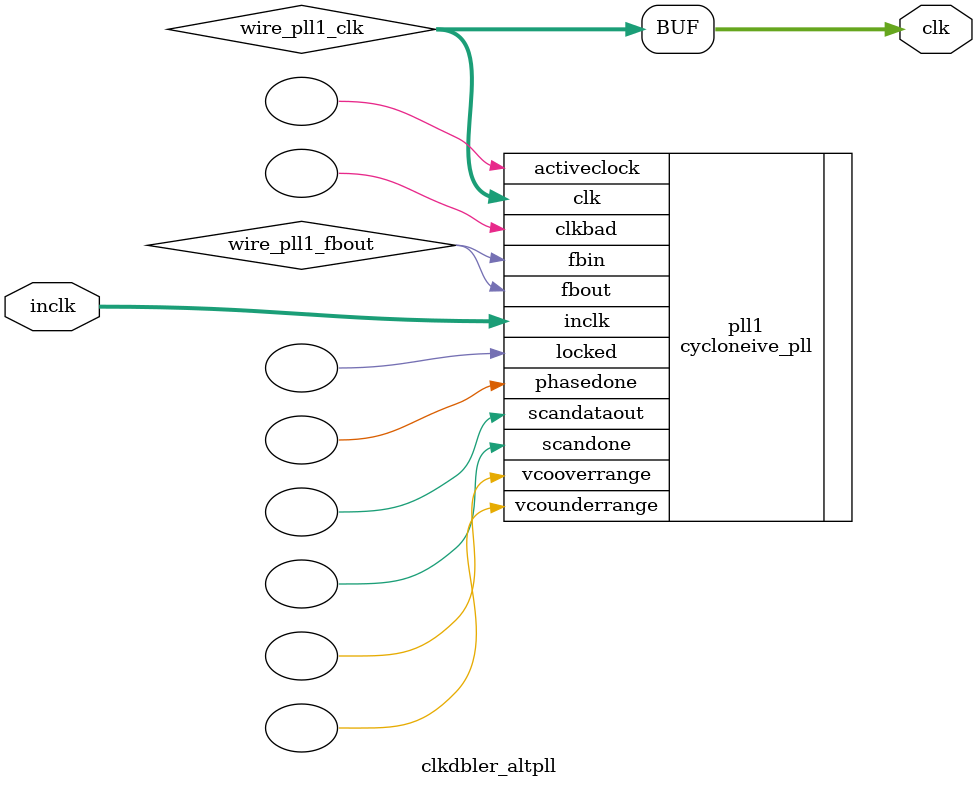
<source format=v>






//synthesis_resources = cycloneive_pll 1 
//synopsys translate_off
`timescale 1 ps / 1 ps
//synopsys translate_on
module  clkdbler_altpll
	( 
	clk,
	inclk) /* synthesis synthesis_clearbox=1 */;
	output   [4:0]  clk;
	input   [1:0]  inclk;
`ifndef ALTERA_RESERVED_QIS
// synopsys translate_off
`endif
	tri0   [1:0]  inclk;
`ifndef ALTERA_RESERVED_QIS
// synopsys translate_on
`endif

	wire  [4:0]   wire_pll1_clk;
	wire  wire_pll1_fbout;

	cycloneive_pll   pll1
	( 
	.activeclock(),
	.clk(wire_pll1_clk),
	.clkbad(),
	.fbin(wire_pll1_fbout),
	.fbout(wire_pll1_fbout),
	.inclk(inclk),
	.locked(),
	.phasedone(),
	.scandataout(),
	.scandone(),
	.vcooverrange(),
	.vcounderrange()
	`ifndef FORMAL_VERIFICATION
	// synopsys translate_off
	`endif
	,
	.areset(1'b0),
	.clkswitch(1'b0),
	.configupdate(1'b0),
	.pfdena(1'b1),
	.phasecounterselect({3{1'b0}}),
	.phasestep(1'b0),
	.phaseupdown(1'b0),
	.scanclk(1'b0),
	.scanclkena(1'b1),
	.scandata(1'b0)
	`ifndef FORMAL_VERIFICATION
	// synopsys translate_on
	`endif
	);
	defparam
		pll1.bandwidth_type = "auto",
		pll1.clk0_divide_by = 1619040,
		pll1.clk0_duty_cycle = 50,
		pll1.clk0_multiply_by = 3241273,
		pll1.clk0_phase_shift = "0",
		pll1.compensate_clock = "clk0",
		pll1.inclk0_input_frequency = 6176,
		pll1.operation_mode = "normal",
		pll1.pll_type = "auto",
		pll1.lpm_type = "cycloneive_pll";
	assign
		clk = {wire_pll1_clk[4:0]};
endmodule //clkdbler_altpll
//VALID FILE

</source>
